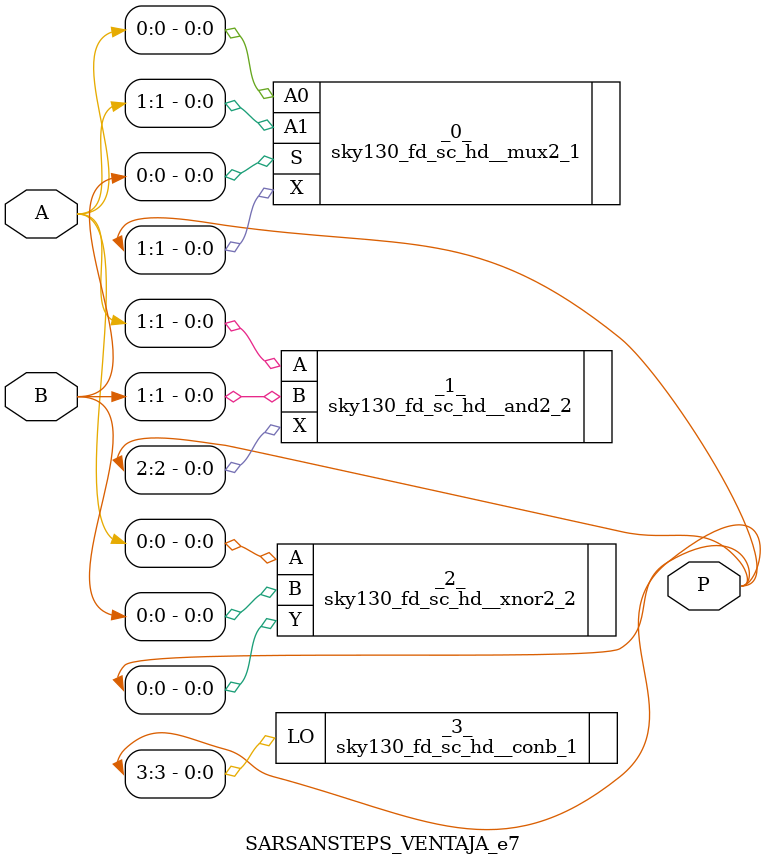
<source format=v>
module SARSANSTEPS_VENTAJA_e7 (A,
    B,
    P);
 input [1:0] A;
 input [1:0] B;
 output [3:0] P;


 sky130_fd_sc_hd__mux2_1 _0_ (.A0(A[0]),
    .A1(A[1]),
    .S(B[0]),
    .X(P[1]));
 sky130_fd_sc_hd__and2_2 _1_ (.A(A[1]),
    .B(B[1]),
    .X(P[2]));
 sky130_fd_sc_hd__xnor2_2 _2_ (.A(A[0]),
    .B(B[0]),
    .Y(P[0]));
 sky130_fd_sc_hd__conb_1 _3_ (.LO(P[3]));
 sky130_fd_sc_hd__decap_3 PHY_EDGE_ROW_0_Right_0 ();
 sky130_fd_sc_hd__decap_3 PHY_EDGE_ROW_1_Right_1 ();
 sky130_fd_sc_hd__decap_3 PHY_EDGE_ROW_2_Right_2 ();
 sky130_fd_sc_hd__decap_3 PHY_EDGE_ROW_3_Right_3 ();
 sky130_fd_sc_hd__decap_3 PHY_EDGE_ROW_4_Right_4 ();
 sky130_fd_sc_hd__decap_3 PHY_EDGE_ROW_5_Right_5 ();
 sky130_fd_sc_hd__decap_3 PHY_EDGE_ROW_6_Right_6 ();
 sky130_fd_sc_hd__decap_3 PHY_EDGE_ROW_7_Right_7 ();
 sky130_fd_sc_hd__decap_3 PHY_EDGE_ROW_8_Right_8 ();
 sky130_fd_sc_hd__decap_3 PHY_EDGE_ROW_9_Right_9 ();
 sky130_fd_sc_hd__decap_3 PHY_EDGE_ROW_0_Left_10 ();
 sky130_fd_sc_hd__decap_3 PHY_EDGE_ROW_1_Left_11 ();
 sky130_fd_sc_hd__decap_3 PHY_EDGE_ROW_2_Left_12 ();
 sky130_fd_sc_hd__decap_3 PHY_EDGE_ROW_3_Left_13 ();
 sky130_fd_sc_hd__decap_3 PHY_EDGE_ROW_4_Left_14 ();
 sky130_fd_sc_hd__decap_3 PHY_EDGE_ROW_5_Left_15 ();
 sky130_fd_sc_hd__decap_3 PHY_EDGE_ROW_6_Left_16 ();
 sky130_fd_sc_hd__decap_3 PHY_EDGE_ROW_7_Left_17 ();
 sky130_fd_sc_hd__decap_3 PHY_EDGE_ROW_8_Left_18 ();
 sky130_fd_sc_hd__decap_3 PHY_EDGE_ROW_9_Left_19 ();
 sky130_fd_sc_hd__tapvpwrvgnd_1 TAP_TAPCELL_ROW_0_20 ();
 sky130_fd_sc_hd__tapvpwrvgnd_1 TAP_TAPCELL_ROW_0_21 ();
 sky130_fd_sc_hd__tapvpwrvgnd_1 TAP_TAPCELL_ROW_1_22 ();
 sky130_fd_sc_hd__tapvpwrvgnd_1 TAP_TAPCELL_ROW_2_23 ();
 sky130_fd_sc_hd__tapvpwrvgnd_1 TAP_TAPCELL_ROW_3_24 ();
 sky130_fd_sc_hd__tapvpwrvgnd_1 TAP_TAPCELL_ROW_4_25 ();
 sky130_fd_sc_hd__tapvpwrvgnd_1 TAP_TAPCELL_ROW_5_26 ();
 sky130_fd_sc_hd__tapvpwrvgnd_1 TAP_TAPCELL_ROW_6_27 ();
 sky130_fd_sc_hd__tapvpwrvgnd_1 TAP_TAPCELL_ROW_7_28 ();
 sky130_fd_sc_hd__tapvpwrvgnd_1 TAP_TAPCELL_ROW_8_29 ();
 sky130_fd_sc_hd__tapvpwrvgnd_1 TAP_TAPCELL_ROW_9_30 ();
 sky130_fd_sc_hd__tapvpwrvgnd_1 TAP_TAPCELL_ROW_9_31 ();
endmodule

</source>
